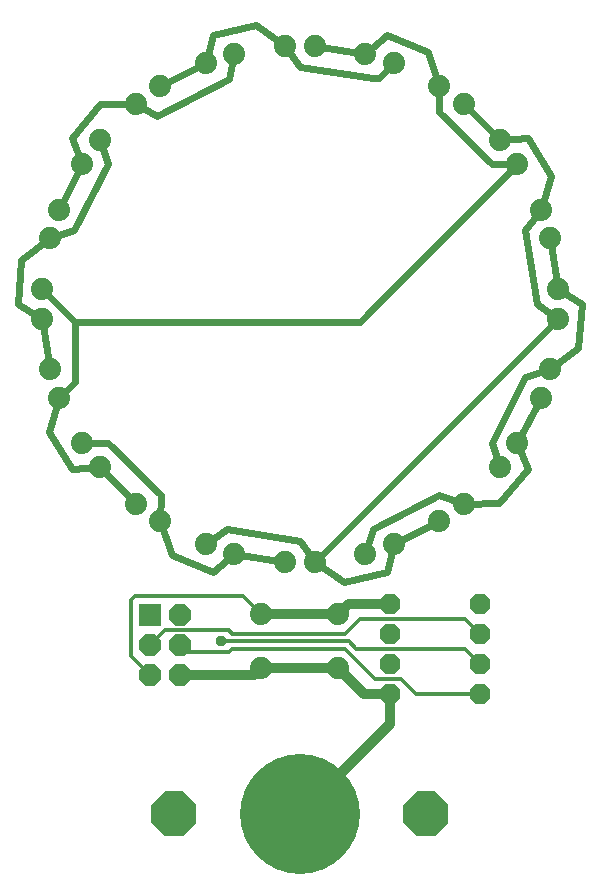
<source format=gbl>
G75*
%MOIN*%
%OFA0B0*%
%FSLAX25Y25*%
%IPPOS*%
%LPD*%
%AMOC8*
5,1,8,0,0,1.08239X$1,22.5*
%
%ADD10C,0.07400*%
%ADD11R,0.07400X0.07400*%
%ADD12OC8,0.07400*%
%ADD13OC8,0.06800*%
%ADD14OC8,0.15000*%
%ADD15C,0.40000*%
%ADD16C,0.03200*%
%ADD17C,0.01200*%
%ADD18C,0.02400*%
%ADD19C,0.03762*%
D10*
X0079180Y0125914D03*
X0069669Y0129004D03*
X0054496Y0136736D03*
X0046405Y0142613D03*
X0034363Y0154655D03*
X0028486Y0162746D03*
X0020754Y0177919D03*
X0017664Y0187430D03*
X0015000Y0204250D03*
X0015000Y0214250D03*
X0017664Y0231070D03*
X0020754Y0240581D03*
X0028486Y0255754D03*
X0034363Y0263845D03*
X0046405Y0275887D03*
X0054496Y0281764D03*
X0069669Y0289496D03*
X0079180Y0292586D03*
X0096000Y0295250D03*
X0106000Y0295250D03*
X0122820Y0292586D03*
X0132331Y0289496D03*
X0147504Y0281764D03*
X0155595Y0275887D03*
X0167637Y0263845D03*
X0173514Y0255754D03*
X0181246Y0240581D03*
X0184336Y0231070D03*
X0187000Y0214250D03*
X0187000Y0204250D03*
X0184336Y0187430D03*
X0181246Y0177919D03*
X0173514Y0162746D03*
X0167637Y0154655D03*
X0155595Y0142613D03*
X0147504Y0136736D03*
X0132331Y0129004D03*
X0122820Y0125914D03*
X0113800Y0105650D03*
X0106000Y0123250D03*
X0096000Y0123250D03*
X0088200Y0105650D03*
X0088200Y0087850D03*
X0113800Y0087850D03*
D11*
X0051000Y0105500D03*
D12*
X0051000Y0085500D03*
X0051000Y0095500D03*
X0061000Y0095500D03*
X0061000Y0085500D03*
X0061000Y0105500D03*
D13*
X0131000Y0109250D03*
X0131000Y0099250D03*
X0131000Y0089250D03*
X0131000Y0079250D03*
X0161000Y0079250D03*
X0161000Y0089250D03*
X0161000Y0099250D03*
X0161000Y0109250D03*
D14*
X0143000Y0039250D03*
X0059000Y0039250D03*
D15*
X0101000Y0039250D03*
D16*
X0131000Y0069250D01*
X0131000Y0079250D01*
X0122400Y0079250D01*
X0113800Y0087850D01*
X0088200Y0087850D01*
X0085850Y0085500D01*
X0061000Y0085500D01*
X0088200Y0105650D02*
X0113800Y0105650D01*
X0117400Y0109250D01*
X0131000Y0109250D01*
D17*
X0121000Y0104250D02*
X0116000Y0099250D01*
X0078500Y0099250D01*
X0077250Y0100500D01*
X0056000Y0100500D01*
X0051000Y0095500D01*
X0044750Y0091750D02*
X0051000Y0085500D01*
X0044750Y0091750D02*
X0044750Y0110500D01*
X0046000Y0111750D01*
X0082100Y0111750D01*
X0088200Y0105650D01*
X0078500Y0094250D02*
X0077250Y0093000D01*
X0063500Y0093000D01*
X0061000Y0095500D01*
X0074750Y0096750D02*
X0117250Y0096750D01*
X0119750Y0094250D01*
X0156000Y0094250D01*
X0161000Y0089250D01*
X0161000Y0079250D02*
X0139750Y0079250D01*
X0134750Y0084250D01*
X0126000Y0084250D01*
X0116000Y0094250D01*
X0078500Y0094250D01*
X0121000Y0104250D02*
X0156000Y0104250D01*
X0161000Y0099250D01*
D18*
X0147504Y0136736D02*
X0132331Y0129004D01*
X0130048Y0119851D01*
X0115705Y0116407D01*
X0106000Y0123250D01*
X0187000Y0204250D01*
X0180000Y0209250D01*
X0176133Y0233662D01*
X0181246Y0240581D01*
X0184755Y0251925D01*
X0177048Y0264502D01*
X0167637Y0263845D01*
X0155595Y0275887D01*
X0147504Y0273232D02*
X0147504Y0281764D01*
X0143675Y0293005D01*
X0130048Y0298649D01*
X0122820Y0292586D01*
X0106000Y0295250D01*
X0101000Y0288250D02*
X0096000Y0295250D01*
X0086295Y0302093D01*
X0071952Y0298649D01*
X0069669Y0289496D01*
X0054496Y0281764D01*
X0046405Y0275887D02*
X0053500Y0271750D01*
X0077250Y0284250D01*
X0079180Y0292586D01*
X0101000Y0288250D02*
X0125412Y0284383D01*
X0127218Y0284383D01*
X0132331Y0289496D01*
X0147504Y0273232D02*
X0147435Y0273162D01*
X0164912Y0255685D01*
X0173514Y0255754D01*
X0121010Y0203250D01*
X0026000Y0203250D01*
X0015000Y0214250D01*
X0007000Y0209250D02*
X0008157Y0223955D01*
X0017664Y0231070D01*
X0025867Y0233662D01*
X0037088Y0255685D01*
X0034363Y0263845D01*
X0024952Y0264502D02*
X0028486Y0255754D01*
X0020754Y0240581D01*
X0024952Y0264502D02*
X0034532Y0275718D01*
X0046405Y0275887D01*
X0007000Y0209250D02*
X0015000Y0204250D01*
X0017664Y0187430D01*
X0026000Y0183165D02*
X0020754Y0177919D01*
X0017245Y0166575D01*
X0024952Y0153998D01*
X0034363Y0154655D01*
X0046405Y0142613D01*
X0054565Y0145338D02*
X0054496Y0136736D01*
X0058325Y0125495D01*
X0071952Y0119851D01*
X0079180Y0125914D01*
X0096000Y0123250D01*
X0101000Y0130250D02*
X0106000Y0123250D01*
X0101000Y0130250D02*
X0076588Y0134117D01*
X0069669Y0129004D01*
X0054565Y0145338D02*
X0037088Y0162815D01*
X0028486Y0162746D01*
X0026000Y0183165D02*
X0026000Y0203250D01*
X0125412Y0134117D02*
X0122820Y0125914D01*
X0125412Y0134117D02*
X0147435Y0145338D01*
X0155595Y0142613D01*
X0167468Y0142782D01*
X0177048Y0153998D01*
X0173514Y0162746D01*
X0181246Y0177919D01*
X0176133Y0184838D02*
X0184336Y0187430D01*
X0193843Y0194545D01*
X0195000Y0209250D01*
X0187000Y0214250D01*
X0184336Y0231070D01*
X0176133Y0184838D02*
X0164912Y0162815D01*
X0167637Y0154655D01*
D19*
X0074750Y0096750D03*
M02*

</source>
